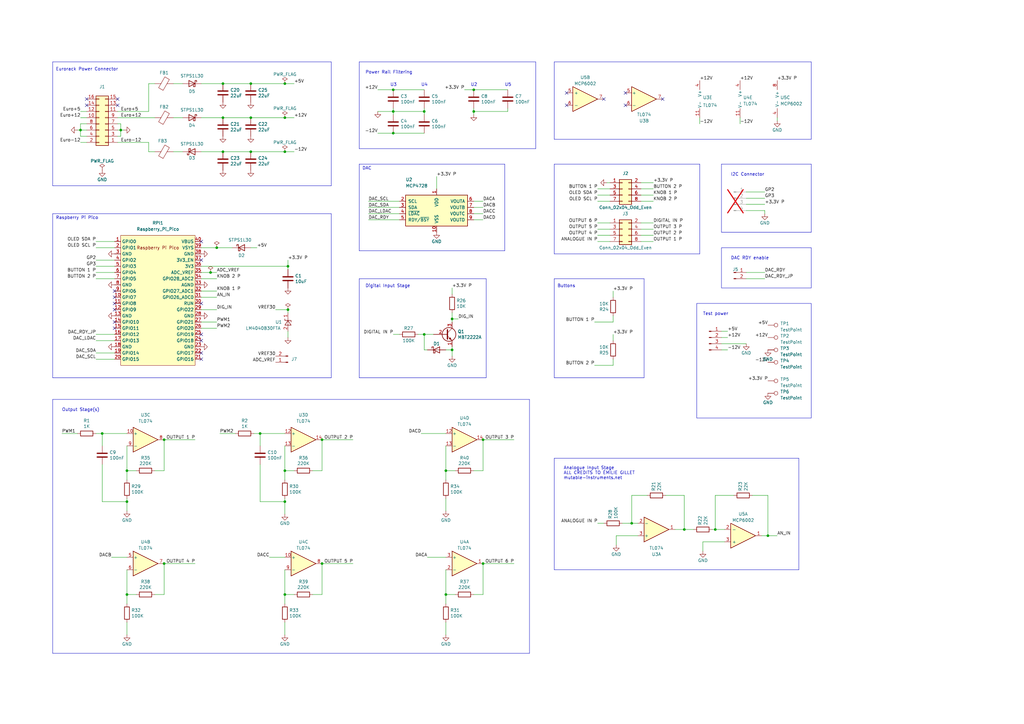
<source format=kicad_sch>
(kicad_sch (version 20230121) (generator eeschema)
  (paper "A3")
  (title_block (title "DAC board for EuroPi") (date "2023-05-28") (rev "1") (company "François Georgy") (comment 1 "CC BY-SA 3.0"))
  (junction (at 52.07 243.84))
  (junction (at 182.88 193.04))
  (junction (at 173.99 45.72))
  (junction (at 88.9 101.6))
  (junction (at 161.29 36.83))
  (junction (at 91.44 48.26))
  (junction (at 49.53 53.34))
  (junction (at 161.29 45.72))
  (junction (at 198.12 180.34))
  (junction (at 67.31 231.14))
  (junction (at 161.29 54.61))
  (junction (at 194.31 36.83))
  (junction (at 52.07 193.04))
  (junction (at 116.84 34.29))
  (junction (at 86.36 111.76))
  (junction (at 132.08 180.34))
  (junction (at 116.84 205.74))
  (junction (at 185.42 130.81))
  (junction (at 33.02 53.34))
  (junction (at 102.87 48.26))
  (junction (at 52.07 205.74))
  (junction (at 280.67 217.17))
  (junction (at 41.91 177.8))
  (junction (at 132.08 231.14))
  (junction (at 173.99 137.16))
  (junction (at 118.11 127))
  (junction (at 293.37 217.17))
  (junction (at 67.31 180.34))
  (junction (at 102.87 62.23))
  (junction (at 91.44 62.23))
  (junction (at 91.44 34.29))
  (junction (at 194.31 45.72))
  (junction (at 314.96 219.71))
  (junction (at 198.12 231.14))
  (junction (at 185.42 143.51))
  (junction (at 102.87 34.29))
  (junction (at 116.84 48.26))
  (junction (at 182.88 243.84))
  (junction (at 106.68 177.8))
  (junction (at 116.84 243.84))
  (junction (at 116.84 62.23))
  (junction (at 118.11 109.22))
  (junction (at 259.08 214.63))
  (junction (at 116.84 193.04))
  (no_connect (at 82.55 137.16))
  (no_connect (at 46.99 134.62))
  (no_connect (at 46.99 119.38))
  (no_connect (at 48.26 43.18))
  (no_connect (at 35.56 40.64))
  (no_connect (at 46.99 121.92))
  (no_connect (at 46.99 132.08))
  (no_connect (at 46.99 127))
  (no_connect (at 82.55 139.7))
  (no_connect (at 82.55 147.32))
  (no_connect (at 256.54 43.18))
  (no_connect (at 271.78 40.64))
  (no_connect (at 256.54 38.1))
  (no_connect (at 48.26 40.64))
  (no_connect (at 82.55 99.06))
  (no_connect (at 82.55 106.68))
  (no_connect (at 82.55 124.46))
  (no_connect (at 82.55 144.78))
  (no_connect (at 35.56 43.18))
  (no_connect (at 46.99 124.46))
  (no_connect (at 232.41 43.18))
  (no_connect (at 232.41 38.1))
  (no_connect (at 247.65 40.64))
  (wire (pts (xy 52.07 205.74) (xy 41.91 205.74)))
  (polyline (pts (xy 332.74 95.25) (xy 295.91 95.25)))
  (wire (pts (xy 280.67 217.17) (xy 276.86 217.17)))
  (wire (pts (xy 262.89 74.93) (xy 267.97 74.93)))
  (wire (pts (xy 49.53 53.34) (xy 50.8 53.34)))
  (polyline (pts (xy 227.33 187.96) (xy 227.33 233.68)))
  (wire (pts (xy 39.37 99.06) (xy 46.99 99.06)))
  (wire (pts (xy 82.55 127) (xy 88.9 127)))
  (wire (pts (xy 71.12 34.29) (xy 74.93 34.29)))
  (wire (pts (xy 35.56 50.8) (xy 33.02 50.8)))
  (wire (pts (xy 82.55 119.38) (xy 88.9 119.38)))
  (wire (pts (xy 106.68 177.8) (xy 116.84 177.8)))
  (wire (pts (xy 306.07 111.76) (xy 313.69 111.76)))
  (wire (pts (xy 151.13 85.09) (xy 163.83 85.09)))
  (polyline (pts (xy 147.32 102.87) (xy 147.32 67.31)))
  (wire (pts (xy 118.11 109.22) (xy 118.11 110.49)))
  (wire (pts (xy 116.84 182.88) (xy 116.84 193.04)))
  (wire (pts (xy 106.68 177.8) (xy 104.14 177.8)))
  (wire (pts (xy 287.02 50.8) (xy 287.02 48.26)))
  (wire (pts (xy 33.02 53.34) (xy 31.75 53.34)))
  (wire (pts (xy 52.07 243.84) (xy 52.07 247.65)))
  (wire (pts (xy 185.42 128.27) (xy 185.42 130.81)))
  (wire (pts (xy 314.96 203.2) (xy 308.61 203.2)))
  (polyline (pts (xy 227.33 67.31) (xy 227.33 104.14)))
  (wire (pts (xy 67.31 231.14) (xy 80.01 231.14)))
  (wire (pts (xy 82.55 109.22) (xy 118.11 109.22)))
  (wire (pts (xy 314.96 219.71) (xy 314.96 203.2)))
  (wire (pts (xy 82.55 132.08) (xy 88.9 132.08)))
  (wire (pts (xy 245.11 82.55) (xy 250.19 82.55)))
  (wire (pts (xy 161.29 54.61) (xy 173.99 54.61)))
  (wire (pts (xy 144.78 180.34) (xy 132.08 180.34)))
  (polyline (pts (xy 199.39 114.3) (xy 199.39 154.94)))
  (wire (pts (xy 297.18 217.17) (xy 293.37 217.17)))
  (wire (pts (xy 173.99 137.16) (xy 173.99 143.51)))
  (wire (pts (xy 82.55 34.29) (xy 91.44 34.29)))
  (wire (pts (xy 33.02 45.72) (xy 35.56 45.72)))
  (wire (pts (xy 182.88 243.84) (xy 182.88 247.65)))
  (wire (pts (xy 60.96 62.23) (xy 60.96 58.42)))
  (wire (pts (xy 259.08 214.63) (xy 261.62 214.63)))
  (wire (pts (xy 48.26 53.34) (xy 49.53 53.34)))
  (wire (pts (xy 318.77 219.71) (xy 314.96 219.71)))
  (wire (pts (xy 251.46 132.08) (xy 251.46 129.54)))
  (polyline (pts (xy 135.89 154.94) (xy 21.59 154.94)))
  (wire (pts (xy 48.26 45.72) (xy 60.96 45.72)))
  (wire (pts (xy 102.87 101.6) (xy 105.41 101.6)))
  (wire (pts (xy 293.37 217.17) (xy 292.1 217.17)))
  (wire (pts (xy 245.11 91.44) (xy 250.19 91.44)))
  (polyline (pts (xy 287.02 67.31) (xy 287.02 104.14)))
  (wire (pts (xy 82.55 111.76) (xy 86.36 111.76)))
  (wire (pts (xy 198.12 180.34) (xy 198.12 193.04)))
  (wire (pts (xy 52.07 205.74) (xy 52.07 209.55)))
  (wire (pts (xy 52.07 204.47) (xy 52.07 205.74)))
  (wire (pts (xy 182.88 204.47) (xy 182.88 209.55)))
  (wire (pts (xy 48.26 48.26) (xy 63.5 48.26)))
  (wire (pts (xy 39.37 114.3) (xy 46.99 114.3)))
  (wire (pts (xy 245.11 80.01) (xy 250.19 80.01)))
  (polyline (pts (xy 295.91 95.25) (xy 295.91 67.31)))
  (wire (pts (xy 60.96 34.29) (xy 63.5 34.29)))
  (polyline (pts (xy 147.32 114.3) (xy 199.39 114.3)))
  (wire (pts (xy 295.91 135.89) (xy 298.45 135.89)))
  (wire (pts (xy 248.92 74.93) (xy 250.19 74.93)))
  (wire (pts (xy 41.91 177.8) (xy 52.07 177.8)))
  (wire (pts (xy 245.11 214.63) (xy 247.65 214.63)))
  (wire (pts (xy 306.07 86.36) (xy 313.69 86.36)))
  (wire (pts (xy 35.56 55.88) (xy 33.02 55.88)))
  (wire (pts (xy 67.31 243.84) (xy 63.5 243.84)))
  (wire (pts (xy 198.12 193.04) (xy 194.31 193.04)))
  (wire (pts (xy 116.84 62.23) (xy 120.65 62.23)))
  (wire (pts (xy 106.68 182.88) (xy 106.68 177.8)))
  (polyline (pts (xy 264.16 114.3) (xy 227.33 114.3)))
  (wire (pts (xy 39.37 101.6) (xy 46.99 101.6)))
  (wire (pts (xy 48.26 58.42) (xy 60.96 58.42)))
  (wire (pts (xy 52.07 255.27) (xy 52.07 260.35)))
  (polyline (pts (xy 207.01 102.87) (xy 147.32 102.87)))
  (wire (pts (xy 194.31 45.72) (xy 194.31 46.99)))
  (wire (pts (xy 280.67 203.2) (xy 280.67 217.17)))
  (wire (pts (xy 179.07 72.39) (xy 179.07 77.47)))
  (wire (pts (xy 116.84 193.04) (xy 116.84 196.85)))
  (wire (pts (xy 132.08 193.04) (xy 128.27 193.04)))
  (wire (pts (xy 52.07 193.04) (xy 52.07 196.85)))
  (polyline (pts (xy 135.89 76.2) (xy 135.89 25.4)))
  (polyline (pts (xy 135.89 87.63) (xy 135.89 154.94)))
  (wire (pts (xy 303.53 50.8) (xy 303.53 48.26)))
  (wire (pts (xy 185.42 143.51) (xy 185.42 146.05)))
  (wire (pts (xy 90.17 177.8) (xy 96.52 177.8)))
  (polyline (pts (xy 227.33 57.15) (xy 227.33 25.4)))
  (wire (pts (xy 182.88 255.27) (xy 182.88 260.35)))
  (wire (pts (xy 49.53 55.88) (xy 49.53 53.34)))
  (polyline (pts (xy 295.91 67.31) (xy 332.74 67.31)))
  (wire (pts (xy 175.26 228.6) (xy 182.88 228.6)))
  (wire (pts (xy 33.02 50.8) (xy 33.02 53.34)))
  (wire (pts (xy 198.12 180.34) (xy 210.82 180.34)))
  (wire (pts (xy 194.31 90.17) (xy 198.12 90.17)))
  (wire (pts (xy 252.73 219.71) (xy 261.62 219.71)))
  (wire (pts (xy 295.91 138.43) (xy 298.45 138.43)))
  (wire (pts (xy 116.84 48.26) (xy 120.65 48.26)))
  (wire (pts (xy 306.07 81.28) (xy 313.69 81.28)))
  (wire (pts (xy 245.11 77.47) (xy 250.19 77.47)))
  (polyline (pts (xy 227.33 67.31) (xy 287.02 67.31)))
  (wire (pts (xy 82.55 121.92) (xy 88.9 121.92)))
  (wire (pts (xy 313.69 87.63) (xy 313.69 86.36)))
  (wire (pts (xy 67.31 180.34) (xy 67.31 193.04)))
  (wire (pts (xy 251.46 137.16) (xy 251.46 139.7)))
  (wire (pts (xy 198.12 231.14) (xy 198.12 243.84)))
  (wire (pts (xy 182.88 233.68) (xy 182.88 243.84)))
  (wire (pts (xy 262.89 77.47) (xy 267.97 77.47)))
  (wire (pts (xy 39.37 144.78) (xy 46.99 144.78)))
  (wire (pts (xy 182.88 143.51) (xy 185.42 143.51)))
  (polyline (pts (xy 147.32 154.94) (xy 147.32 114.3)))
  (wire (pts (xy 262.89 93.98) (xy 267.97 93.98)))
  (wire (pts (xy 39.37 139.7) (xy 46.99 139.7)))
  (wire (pts (xy 35.56 53.34) (xy 33.02 53.34)))
  (wire (pts (xy 161.29 44.45) (xy 161.29 45.72)))
  (wire (pts (xy 48.26 50.8) (xy 49.53 50.8)))
  (wire (pts (xy 173.99 44.45) (xy 173.99 45.72)))
  (wire (pts (xy 154.94 45.72) (xy 161.29 45.72)))
  (wire (pts (xy 306.07 83.82) (xy 313.69 83.82)))
  (wire (pts (xy 116.84 205.74) (xy 106.68 205.74)))
  (wire (pts (xy 91.44 34.29) (xy 102.87 34.29)))
  (wire (pts (xy 161.29 36.83) (xy 173.99 36.83)))
  (wire (pts (xy 91.44 62.23) (xy 102.87 62.23)))
  (polyline (pts (xy 332.74 57.15) (xy 227.33 57.15)))
  (wire (pts (xy 151.13 87.63) (xy 163.83 87.63)))
  (polyline (pts (xy 327.66 187.96) (xy 227.33 187.96)))
  (wire (pts (xy 41.91 177.8) (xy 39.37 177.8)))
  (polyline (pts (xy 21.59 76.2) (xy 135.89 76.2)))
  (wire (pts (xy 293.37 217.17) (xy 293.37 203.2)))
  (wire (pts (xy 262.89 80.01) (xy 267.97 80.01)))
  (wire (pts (xy 251.46 149.86) (xy 243.84 149.86)))
  (polyline (pts (xy 227.33 233.68) (xy 327.66 233.68)))
  (wire (pts (xy 182.88 182.88) (xy 182.88 193.04)))
  (wire (pts (xy 120.65 243.84) (xy 116.84 243.84)))
  (wire (pts (xy 262.89 96.52) (xy 267.97 96.52)))
  (wire (pts (xy 318.77 49.53) (xy 318.77 48.26)))
  (wire (pts (xy 154.94 54.61) (xy 161.29 54.61)))
  (wire (pts (xy 67.31 180.34) (xy 80.01 180.34)))
  (wire (pts (xy 67.31 231.14) (xy 67.31 243.84)))
  (wire (pts (xy 186.69 193.04) (xy 182.88 193.04)))
  (wire (pts (xy 52.07 182.88) (xy 52.07 193.04)))
  (polyline (pts (xy 264.16 154.94) (xy 264.16 114.3)))
  (wire (pts (xy 102.87 62.23) (xy 116.84 62.23)))
  (wire (pts (xy 48.26 55.88) (xy 49.53 55.88)))
  (wire (pts (xy 273.05 203.2) (xy 280.67 203.2)))
  (polyline (pts (xy 147.32 25.4) (xy 219.71 25.4)))
  (polyline (pts (xy 21.59 25.4) (xy 21.59 76.2)))
  (wire (pts (xy 177.8 137.16) (xy 173.99 137.16)))
  (wire (pts (xy 52.07 233.68) (xy 52.07 243.84)))
  (wire (pts (xy 262.89 99.06) (xy 267.97 99.06)))
  (wire (pts (xy 284.48 217.17) (xy 280.67 217.17)))
  (polyline (pts (xy 287.02 104.14) (xy 227.33 104.14)))
  (wire (pts (xy 154.94 36.83) (xy 161.29 36.83)))
  (wire (pts (xy 194.31 82.55) (xy 198.12 82.55)))
  (polyline (pts (xy 199.39 154.94) (xy 147.32 154.94)))
  (wire (pts (xy 295.91 143.51) (xy 298.45 143.51)))
  (wire (pts (xy 245.11 99.06) (xy 250.19 99.06)))
  (wire (pts (xy 194.31 44.45) (xy 194.31 45.72)))
  (wire (pts (xy 110.49 228.6) (xy 116.84 228.6)))
  (wire (pts (xy 102.87 34.29) (xy 116.84 34.29)))
  (wire (pts (xy 82.55 114.3) (xy 88.9 114.3)))
  (wire (pts (xy 118.11 106.68) (xy 118.11 109.22)))
  (wire (pts (xy 25.4 177.8) (xy 31.75 177.8)))
  (wire (pts (xy 132.08 231.14) (xy 144.78 231.14)))
  (wire (pts (xy 262.89 91.44) (xy 267.97 91.44)))
  (polyline (pts (xy 147.32 67.31) (xy 207.01 67.31)))
  (polyline (pts (xy 217.17 163.83) (xy 21.59 163.83)))
  (wire (pts (xy 306.07 78.74) (xy 313.69 78.74)))
  (polyline (pts (xy 21.59 267.97) (xy 217.17 267.97)))
  (wire (pts (xy 113.03 127) (xy 118.11 127)))
  (polyline (pts (xy 21.59 25.4) (xy 135.89 25.4)))
  (wire (pts (xy 33.02 48.26) (xy 35.56 48.26)))
  (wire (pts (xy 71.12 48.26) (xy 74.93 48.26)))
  (wire (pts (xy 39.37 137.16) (xy 46.99 137.16)))
  (polyline (pts (xy 327.66 233.68) (xy 327.66 187.96)))
  (wire (pts (xy 55.88 243.84) (xy 52.07 243.84)))
  (wire (pts (xy 251.46 119.38) (xy 251.46 121.92)))
  (wire (pts (xy 82.55 62.23) (xy 91.44 62.23)))
  (wire (pts (xy 132.08 243.84) (xy 128.27 243.84)))
  (wire (pts (xy 185.42 118.11) (xy 185.42 120.65)))
  (wire (pts (xy 198.12 231.14) (xy 210.82 231.14)))
  (polyline (pts (xy 21.59 163.83) (xy 21.59 267.97)))
  (wire (pts (xy 116.84 205.74) (xy 116.84 210.82)))
  (wire (pts (xy 173.99 45.72) (xy 173.99 46.99)))
  (wire (pts (xy 185.42 142.24) (xy 185.42 143.51)))
  (wire (pts (xy 116.84 255.27) (xy 116.84 260.35)))
  (wire (pts (xy 39.37 109.22) (xy 46.99 109.22)))
  (wire (pts (xy 172.72 177.8) (xy 182.88 177.8)))
  (wire (pts (xy 252.73 223.52) (xy 252.73 219.71)))
  (wire (pts (xy 41.91 182.88) (xy 41.91 177.8)))
  (wire (pts (xy 161.29 45.72) (xy 173.99 45.72)))
  (wire (pts (xy 39.37 111.76) (xy 46.99 111.76)))
  (wire (pts (xy 82.55 134.62) (xy 88.9 134.62)))
  (wire (pts (xy 82.55 101.6) (xy 88.9 101.6)))
  (wire (pts (xy 288.29 226.06) (xy 288.29 222.25)))
  (wire (pts (xy 86.36 111.76) (xy 88.9 111.76)))
  (wire (pts (xy 262.89 82.55) (xy 267.97 82.55)))
  (wire (pts (xy 194.31 87.63) (xy 198.12 87.63)))
  (wire (pts (xy 132.08 231.14) (xy 132.08 243.84)))
  (wire (pts (xy 39.37 106.68) (xy 46.99 106.68)))
  (wire (pts (xy 171.45 137.16) (xy 173.99 137.16)))
  (wire (pts (xy 60.96 34.29) (xy 60.96 45.72)))
  (wire (pts (xy 41.91 205.74) (xy 41.91 190.5)))
  (polyline (pts (xy 21.59 154.94) (xy 21.59 87.63)))
  (wire (pts (xy 116.84 204.47) (xy 116.84 205.74)))
  (wire (pts (xy 67.31 193.04) (xy 63.5 193.04)))
  (wire (pts (xy 49.53 50.8) (xy 49.53 53.34)))
  (wire (pts (xy 102.87 48.26) (xy 116.84 48.26)))
  (wire (pts (xy 185.42 130.81) (xy 187.96 130.81)))
  (polyline (pts (xy 147.32 25.4) (xy 147.32 60.96)))
  (wire (pts (xy 194.31 45.72) (xy 208.28 45.72)))
  (wire (pts (xy 255.27 214.63) (xy 259.08 214.63)))
  (wire (pts (xy 306.07 114.3) (xy 313.69 114.3)))
  (wire (pts (xy 60.96 62.23) (xy 63.5 62.23)))
  (wire (pts (xy 251.46 132.08) (xy 243.84 132.08)))
  (wire (pts (xy 185.42 130.81) (xy 185.42 132.08)))
  (wire (pts (xy 116.84 233.68) (xy 116.84 243.84)))
  (wire (pts (xy 161.29 137.16) (xy 163.83 137.16)))
  (wire (pts (xy 88.9 101.6) (xy 95.25 101.6)))
  (wire (pts (xy 33.02 58.42) (xy 35.56 58.42)))
  (polyline (pts (xy 219.71 60.96) (xy 219.71 25.4)))
  (wire (pts (xy 245.11 93.98) (xy 250.19 93.98)))
  (wire (pts (xy 55.88 193.04) (xy 52.07 193.04)))
  (wire (pts (xy 71.12 62.23) (xy 74.93 62.23)))
  (polyline (pts (xy 227.33 154.94) (xy 264.16 154.94)))
  (wire (pts (xy 82.55 48.26) (xy 91.44 48.26)))
  (polyline (pts (xy 227.33 114.3) (xy 227.33 154.94)))
  (polyline (pts (xy 227.33 25.4) (xy 332.74 25.4)))
  (wire (pts (xy 132.08 180.34) (xy 132.08 193.04)))
  (wire (pts (xy 91.44 48.26) (xy 102.87 48.26)))
  (polyline (pts (xy 217.17 267.97) (xy 217.17 163.83)))
  (wire (pts (xy 106.68 205.74) (xy 106.68 190.5)))
  (wire (pts (xy 198.12 243.84) (xy 194.31 243.84)))
  (wire (pts (xy 265.43 203.2) (xy 259.08 203.2)))
  (wire (pts (xy 33.02 53.34) (xy 33.02 55.88)))
  (wire (pts (xy 151.13 82.55) (xy 163.83 82.55)))
  (wire (pts (xy 293.37 203.2) (xy 300.99 203.2)))
  (wire (pts (xy 208.28 44.45) (xy 208.28 45.72)))
  (wire (pts (xy 151.13 90.17) (xy 163.83 90.17)))
  (polyline (pts (xy 207.01 67.31) (xy 207.01 102.87)))
  (wire (pts (xy 120.65 193.04) (xy 116.84 193.04)))
  (wire (pts (xy 245.11 96.52) (xy 250.19 96.52)))
  (wire (pts (xy 288.29 222.25) (xy 297.18 222.25)))
  (polyline (pts (xy 21.59 87.63) (xy 135.89 87.63)))
  (wire (pts (xy 118.11 127) (xy 118.11 128.27)))
  (wire (pts (xy 118.11 135.89) (xy 118.11 138.43)))
  (wire (pts (xy 173.99 143.51) (xy 175.26 143.51)))
  (wire (pts (xy 116.84 243.84) (xy 116.84 247.65)))
  (wire (pts (xy 186.69 243.84) (xy 182.88 243.84)))
  (wire (pts (xy 182.88 193.04) (xy 182.88 196.85)))
  (wire (pts (xy 194.31 85.09) (xy 198.12 85.09)))
  (wire (pts (xy 190.5 36.83) (xy 194.31 36.83)))
  (wire (pts (xy 45.72 228.6) (xy 52.07 228.6)))
  (wire (pts (xy 259.08 203.2) (xy 259.08 214.63)))
  (wire (pts (xy 116.84 34.29) (xy 120.65 34.29)))
  (polyline (pts (xy 332.74 67.31) (xy 332.74 95.25)))
  (wire (pts (xy 161.29 45.72) (xy 161.29 46.99)))
  (polyline (pts (xy 332.74 25.4) (xy 332.74 57.15)))
  (wire (pts (xy 295.91 140.97) (xy 306.07 140.97)))
  (wire (pts (xy 312.42 219.71) (xy 314.96 219.71)))
  (wire (pts (xy 39.37 147.32) (xy 46.99 147.32)))
  (wire (pts (xy 251.46 149.86) (xy 251.46 147.32)))
  (wire (pts (xy 194.31 36.83) (xy 208.28 36.83)))
  (polyline (pts (xy 147.32 60.96) (xy 219.71 60.96)))
  (rectangle (start 285.75 124.46) (end 332.74 171.45))
  (rectangle (start 295.91 101.6) (end 332.74 118.11))
  (text "U2" (at 193.04 35.56 0) (effects (font (size 1.27 1.27)) (justify left bottom)))
  (text "Buttons" (at 228.6 118.11 0) (effects (font (size 1.27 1.27)) (justify left bottom)))
  (text "Analogue Input Stage\nALL CREDITS TO ÉMILIE GILLET\nmutable-instruments.net" (at 231.14 196.85 0) (effects (font (size 1.27 1.27)) (justify left bottom)))
  (text "Power Rail Filtering" (at 149.86 30.48 0) (effects (font (size 1.27 1.27)) (justify left bottom)))
  (text "Eurorack Power Connector" (at 22.86 29.21 0) (effects (font (size 1.27 1.27)) (justify left bottom)))
  (text "I2C Connector" (at 299.72 72.39 0) (effects (font (size 1.27 1.27)) (justify left bottom)))
  (text "U3" (at 160.02 35.56 0) (effects (font (size 1.27 1.27)) (justify left bottom)))
  (text "Digital Input Stage\n" (at 149.86 118.11 0) (effects (font (size 1.27 1.27)) (justify left bottom)))
  (text "DAC" (at 148.59 69.85 0) (effects (font (size 1.27 1.27)) (justify left bottom)))
  (text "Raspberry Pi Pico" (at 22.86 90.17 0) (effects (font (size 1.27 1.27)) (justify left bottom)))
  (text "U4" (at 172.72 35.56 0) (effects (font (size 1.27 1.27)) (justify left bottom)))
  (text "Output Stage(s)" (at 25.4 168.91 0) (effects (font (size 1.27 1.27)) (justify left bottom)))
  (text "U5" (at 207.01 35.56 0) (effects (font (size 1.27 1.27)) (justify left bottom)))
  (text "Test power" (at 288.29 129.54 0) (effects (font (size 1.27 1.27)) (justify left bottom)))
  (text "DAC RDY enable" (at 299.72 106.68 0) (effects (font (size 1.27 1.27)) (justify left bottom)))
  (label "-12V" (at 287.02 50.8 0))
  (label "+12V" (at 120.65 48.26 0))
  (label "OLED SCL P" (at 245.11 82.55 180))
  (label "+5V" (at 120.65 34.29 0))
  (label "OUTPUT 6 P" (at 245.11 91.44 180))
  (label "+12V" (at 314.96 138.43 180))
  (label "-12V" (at 314.96 148.59 180))
  (label "DAC_LDAC" (at 151.13 87.63 0))
  (label "VREF30" (at 113.03 146.05 180))
  (label "DACC" (at 198.12 87.63 0))
  (label "GP2" (at 39.37 106.68 180))
  (label "DACA" (at 175.26 228.6 180))
  (label "KNOB 2 P" (at 88.9 114.3 0))
  (label "DACC" (at 110.49 228.6 180))
  (label "GP3" (at 39.37 109.22 180))
  (label "BUTTON 2 P" (at 243.84 149.86 180))
  (label "VREF30" (at 113.03 127 180))
  (label "-12V" (at 154.94 54.61 180))
  (label "DACA" (at 198.12 82.55 0))
  (label "BUTTON 2 P" (at 267.97 77.47 0))
  (label "GP2" (at 313.69 78.74 0))
  (label "OUTPUT 2 P" (at 267.97 96.52 0))
  (label "DIG_IN" (at 187.96 130.81 0))
  (label "Euro+12" (at 49.53 48.26 0))
  (label "-12V" (at 303.53 50.8 0))
  (label "+3.3V P" (at 267.97 74.93 0))
  (label "+12V" (at 154.94 36.83 180))
  (label "PWM1" (at 25.4 177.8 0))
  (label "DACB" (at 45.72 228.6 180))
  (label "ADC_VREF" (at 113.03 148.59 180))
  (label "OUTPUT 3 P" (at 267.97 93.98 0))
  (label "+3.3V P" (at 179.07 72.39 0))
  (label "DACD" (at 198.12 90.17 0))
  (label "+3.3V P" (at 251.46 137.16 0))
  (label "DAC_SCL" (at 39.37 147.32 180))
  (label "OUTPUT 5 P" (at 144.78 231.14 180))
  (label "+3.3V P" (at 318.77 33.02 0))
  (label "DAC_SCL" (at 151.13 82.55 0))
  (label "+5V" (at 105.41 101.6 0))
  (label "OUTPUT 3 P" (at 210.82 180.34 180))
  (label "PWM1" (at 88.9 132.08 0))
  (label "OLED SDA P" (at 245.11 80.01 180))
  (label "ANALOGUE IN P" (at 245.11 214.63 180))
  (label "+12V" (at 298.45 138.43 0))
  (label "PWM2" (at 88.9 134.62 0))
  (label "+3.3V P" (at 314.96 156.21 180))
  (label "Euro+5" (at 49.53 45.72 0))
  (label "Euro+12" (at 33.02 48.26 180))
  (label "ANALOGUE IN P" (at 245.11 99.06 180))
  (label "+3.3V P" (at 185.42 118.11 0))
  (label "OUTPUT 1 P" (at 80.01 180.34 180))
  (label "OLED SDA P" (at 39.37 99.06 180))
  (label "DIG_IN" (at 88.9 127 0))
  (label "DACB" (at 198.12 85.09 0))
  (label "Euro-12" (at 33.02 58.42 180))
  (label "BUTTON 1 P" (at 243.84 132.08 180))
  (label "DACD" (at 172.72 177.8 180))
  (label "+12V" (at 303.53 33.02 0))
  (label "PWM2" (at 90.17 177.8 0))
  (label "BUTTON 2 P" (at 39.37 114.3 180))
  (label "DAC_SDA" (at 39.37 144.78 180))
  (label "Euro-12" (at 49.53 58.42 0))
  (label "+5V" (at 298.45 135.89 0))
  (label "-12V" (at 120.65 62.23 0))
  (label "OUTPUT 4 P" (at 245.11 96.52 180))
  (label "DIGITAL IN P" (at 267.97 91.44 0))
  (label "+12V" (at 287.02 33.02 0))
  (label "AN_IN" (at 88.9 121.92 0))
  (label "DAC_SDA" (at 151.13 85.09 0))
  (label "+3.3V P" (at 313.69 83.82 0))
  (label "BUTTON 1 P" (at 245.11 77.47 180))
  (label "DAC_RDY" (at 313.69 111.76 0))
  (label "+3.3V P" (at 118.11 106.68 0))
  (label "GP3" (at 313.69 81.28 0))
  (label "OUTPUT 4 P" (at 80.01 231.14 180))
  (label "KNOB 2 P" (at 267.97 82.55 0))
  (label "+3.3V P" (at 251.46 119.38 0))
  (label "OUTPUT 5 P" (at 245.11 93.98 180))
  (label "Euro+5" (at 33.02 45.72 180))
  (label "KNOB 1 P" (at 88.9 119.38 0))
  (label "BUTTON 1 P" (at 39.37 111.76 180))
  (label "+5V" (at 314.96 133.35 180))
  (label "DAC_RDY_JP" (at 39.37 137.16 180))
  (label "OLED SCL P" (at 39.37 101.6 180))
  (label "-12V" (at 298.45 143.51 0))
  (label "OUTPUT 1 P" (at 267.97 99.06 0))
  (label "DIGITAL IN P" (at 161.29 137.16 180))
  (label "KNOB 1 P" (at 267.97 80.01 0))
  (label "OUTPUT 6 P" (at 210.82 231.14 180))
  (label "DAC_RDY" (at 151.13 90.17 0))
  (label "DAC_RDY_JP" (at 313.69 114.3 0))
  (label "AN_IN" (at 318.77 219.71 0))
  (label "+3.3V P" (at 190.5 36.83 180))
  (label "ADC_VREF" (at 88.9 111.76 0))
  (label "OUTPUT 2 P" (at 144.78 180.34 180))
  (label "DAC_LDAC" (at 39.37 139.7 180))
  (symbol (lib_id "Device:R") (at 190.5 243.84 270) (unit 1)
    (property "Reference" "R37" (at 190.5 238.5822 90))
    (property "Value" "220K" (at 190.5 240.8936 90))
    (property "Footprint" "Resistor_SMD:R_0402_1005Metric" (effects hide))
  )
  (symbol (lib_id "Device:R") (at 182.88 251.46 0) (unit 1)
    (property "Reference" "R31" (at 184.658 250.2916 0) (effects (justify left)))
    (property "Value" "100K" (at 184.658 252.603 0) (effects (justify left)))
    (property "Footprint" "Resistor_SMD:R_0402_1005Metric" (effects hide))
  )
  (symbol (lib_id "power:GND") (at 182.88 209.55 0) (unit 1)
    (property "Reference" "#PWR0117" (effects hide))
    (property "Value" "GND" (at 182.88 213.36 0))
  )
  (symbol (lib_id "Device:R") (at 59.69 193.04 270) (unit 1)
    (property "Reference" "R35" (at 59.69 187.7822 90))
    (property "Value" "220K" (at 59.69 190.0936 90))
    (property "Footprint" "Resistor_SMD:R_0402_1005Metric" (effects hide))
  )
  (symbol (lib_id "Device:R") (at 52.07 200.66 0) (unit 1)
    (property "Reference" "R29" (at 53.848 199.4916 0) (effects (justify left)))
    (property "Value" "100K" (at 53.848 201.803 0) (effects (justify left)))
    (property "Footprint" "Resistor_SMD:R_0402_1005Metric" (effects hide))
  )
  (symbol (lib_id "Device:R") (at 35.56 177.8 270) (unit 1)
    (property "Reference" "R1" (at 35.56 172.5422 90))
    (property "Value" "1K" (at 35.56 174.8536 90))
    (property "Footprint" "Resistor_SMD:R_0402_1005Metric" (effects hide))
  )
  (symbol (lib_id "Device:C") (at 41.91 186.69 0) (unit 1)
    (property "Reference" "C9" (at 44.9072 185.5216 0) (effects (justify left)))
    (property "Value" "100nF" (at 44.9072 187.833 0) (effects (justify left)))
    (property "Footprint" "Capacitor_SMD:C_0402_1005Metric" (effects hide))
  )
  (symbol (lib_id "power:GND") (at 52.07 209.55 0) (unit 1)
    (property "Reference" "#PWR0122" (effects hide))
    (property "Value" "GND" (at 52.07 213.36 0))
  )
  (symbol (lib_id "power:GND") (at 154.94 45.72 0) (unit 1)
    (property "Reference" "#PWR0108" (effects hide))
    (property "Value" "GND" (effects hide))
  )
  (symbol (lib_id "Device:R") (at 124.46 193.04 270) (unit 1)
    (property "Reference" "R36" (at 124.46 187.7822 90))
    (property "Value" "220K" (at 124.46 190.0936 90))
    (property "Footprint" "Resistor_SMD:R_0402_1005Metric" (effects hide))
  )
  (symbol (lib_id "Device:R") (at 116.84 200.66 0) (unit 1)
    (property "Reference" "R30" (at 118.618 199.4916 0) (effects (justify left)))
    (property "Value" "100K" (at 118.618 201.803 0) (effects (justify left)))
    (property "Footprint" "Resistor_SMD:R_0402_1005Metric" (effects hide))
  )
  (symbol (lib_id "Device:R") (at 100.33 177.8 270) (unit 1)
    (property "Reference" "R2" (at 100.33 172.5422 90))
    (property "Value" "1K" (at 100.33 174.8536 90))
    (property "Footprint" "Resistor_SMD:R_0402_1005Metric" (effects hide))
  )
  (symbol (lib_id "Device:C") (at 106.68 186.69 0) (unit 1)
    (property "Reference" "C10" (at 109.6772 185.5216 0) (effects (justify left)))
    (property "Value" "100nF" (at 109.6772 187.833 0) (effects (justify left)))
    (property "Footprint" "Capacitor_SMD:C_0402_1005Metric" (effects hide))
  )
  (symbol (lib_id "power:GND") (at 116.84 210.82 0) (unit 1)
    (property "Reference" "#PWR0123" (effects hide))
    (property "Value" "GND" (at 116.84 214.63 0))
  )
  (symbol (lib_id "Device:C") (at 161.29 40.64 0) (unit 1)
    (property "Reference" "C3" (at 164.2872 39.4716 0) (effects (justify left)))
    (property "Value" "100nF" (at 164.2872 41.783 0) (effects (justify left)))
    (property "Footprint" "Capacitor_SMD:C_0402_1005Metric" (effects hide))
  )
  (symbol (lib_id "Device:C") (at 161.29 50.8 0) (unit 1)
    (property "Reference" "C4" (at 164.2872 49.6316 0) (effects (justify left)))
    (property "Value" "100nF" (at 164.2872 51.943 0) (effects (justify left)))
    (property "Footprint" "Capacitor_SMD:C_0402_1005Metric" (effects hide))
  )
  (symbol (lib_id "Device:C") (at 173.99 40.64 0) (unit 1)
    (property "Reference" "C5" (at 176.9872 39.4716 0) (effects (justify left)))
    (property "Value" "100nF" (at 176.9872 41.783 0) (effects (justify left)))
    (property "Footprint" "Capacitor_SMD:C_0402_1005Metric" (effects hide))
  )
  (symbol (lib_id "Device:C") (at 173.99 50.8 0) (unit 1)
    (property "Reference" "C6" (at 176.9872 49.6316 0) (effects (justify left)))
    (property "Value" "100nF" (at 176.9872 51.943 0) (effects (justify left)))
    (property "Footprint" "Capacitor_SMD:C_0402_1005Metric" (effects hide))
  )
  (symbol (lib_id "Device:R") (at 190.5 193.04 270) (unit 1)
    (property "Reference" "R40" (at 190.5 187.7822 90))
    (property "Value" "220K" (at 190.5 190.0936 90))
    (property "Footprint" "Resistor_SMD:R_0402_1005Metric" (effects hide))
  )
  (symbol (lib_id "Device:R") (at 182.88 200.66 0) (unit 1)
    (property "Reference" "R34" (at 184.658 199.4916 0) (effects (justify left)))
    (property "Value" "100K" (at 184.658 201.803 0) (effects (justify left)))
    (property "Footprint" "Resistor_SMD:R_0402_1005Metric" (effects hide))
  )
  (symbol (lib_id "power:GND") (at 182.88 260.35 0) (unit 1)
    (property "Reference" "#PWR0119" (effects hide))
    (property "Value" "GND" (at 182.88 264.16 0))
  )
  (symbol (lib_id "Device:R") (at 59.69 243.84 270) (unit 1)
    (property "Reference" "R38" (at 59.69 238.5822 90))
    (property "Value" "220K" (at 59.69 240.8936 90))
    (property "Footprint" "Resistor_SMD:R_0402_1005Metric" (effects hide))
  )
  (symbol (lib_id "Device:R") (at 52.07 251.46 0) (unit 1)
    (property "Reference" "R32" (at 53.848 250.2916 0) (effects (justify left)))
    (property "Value" "100K" (at 53.848 252.603 0) (effects (justify left)))
    (property "Footprint" "Resistor_SMD:R_0402_1005Metric" (effects hide))
  )
  (symbol (lib_id "power:GND") (at 52.07 260.35 0) (unit 1)
    (property "Reference" "#PWR0102" (effects hide))
    (property "Value" "GND" (at 52.07 264.16 0))
  )
  (symbol (lib_id "Device:R") (at 124.46 243.84 270) (unit 1)
    (property "Reference" "R39" (at 124.46 238.5822 90))
    (property "Value" "220K" (at 124.46 240.8936 90))
    (property "Footprint" "Resistor_SMD:R_0402_1005Metric" (effects hide))
  )
  (symbol (lib_id "Device:R") (at 116.84 251.46 0) (unit 1)
    (property "Reference" "R33" (at 118.618 250.2916 0) (effects (justify left)))
    (property "Value" "100K" (at 118.618 252.603 0) (effects (justify left)))
    (property "Footprint" "Resistor_SMD:R_0402_1005Metric" (effects hide))
  )
  (symbol (lib_id "power:GND") (at 116.84 260.35 0) (unit 1)
    (property "Reference" "#PWR0120" (effects hide))
    (property "Value" "GND" (at 116.84 264.16 0))
  )
  (symbol (lib_id "Device:D_Schottky") (at 99.06 101.6 0) (unit 1)
    (property "Reference" "D2" (at 99.06 104.775 0))
    (property "Value" "STPS1L30" (at 98.425 98.425 0))
    (property "Footprint" "Diode_SMD:D_SMA" (effects hide))
    (property "JLCPCB Part #" "C157388" (effects hide))
  )
  (symbol (lib_id "Device:R") (at 167.64 137.16 90) (unit 1)
    (property "Reference" "R27" (at 169.545 134.62 90) (effects (justify left)))
    (property "Value" "100K" (at 170.18 139.7 90) (effects (justify left)))
    (property "Footprint" "Resistor_SMD:R_0402_1005Metric" (effects hide))
  )
  (symbol (lib_id "Device:D_Schottky") (at 179.07 143.51 0) (unit 1)
    (property "Reference" "D1" (at 179.07 140.97 0))
    (property "Value" "1N5817WS" (effects hide))
    (property "Footprint" "Diode_SMD:D_SOD-323" (effects hide))
    (property "Sim.Device" "SPICE" (effects hide))
    (property "Sim.Params" "type=\"D\" model=\"DIODE\" lib=\"\"" (effects hide))
    (property "Sim.Pins" "1=1 2=2" (effects hide))
    (property "JLCPCB Part #" "C727114" (effects hide))
    (property "JLCPCB Rotation Offset" "180" (effects hide))
  )
  (symbol (lib_id "Transistor_BJT:2N2219") (at 182.88 137.16 0) (unit 1)
    (property "Reference" "Q1" (at 187.706 135.9916 0) (effects (justify left)))
    (property "Value" "MBT2222A" (at 187.706 138.303 0) (effects (justify left)))
    (property "Footprint" "Package_TO_SOT_SMD:SOT-23" (effects hide))
    (property "Datasheet" "http://www.onsemi.com/pub_link/Collateral/2N2219-D.PDF" (effects hide))
    (property "JLCPCB Part #" "C8512" (effects hide))
    (property "JLCPCB Rotation Offset" "180" (effects hide))
  )
  (symbol (lib_id "Device:R") (at 185.42 124.46 0) (unit 1)
    (property "Reference" "R26" (at 187.198 123.2916 0) (effects (justify left)))
    (property "Value" "10K" (at 187.198 125.603 0) (effects (justify left)))
    (property "Footprint" "Resistor_SMD:R_0402_1005Metric" (effects hide))
  )
  (symbol (lib_id "power:GND") (at 185.42 146.05 0) (unit 1)
    (property "Reference" "#PWR0118" (effects hide))
    (property "Value" "GND" (at 185.42 149.86 0))
  )
  (symbol (lib_id "Device:R") (at 251.46 214.63 90) (unit 1)
    (property "Reference" "R28" (at 250.2916 212.852 0) (effects (justify left)))
    (property "Value" "100K" (at 252.603 212.852 0) (effects (justify left)))
    (property "Footprint" "Resistor_SMD:R_0402_1005Metric" (effects hide))
  )
  (symbol (lib_id "Device:R") (at 269.24 203.2 90) (unit 1)
    (property "Reference" "R21" (at 268.0716 201.422 0) (effects (justify left)))
    (property "Value" "22K" (at 270.383 201.422 0) (effects (justify left)))
    (property "Footprint" "Resistor_SMD:R_0402_1005Metric" (effects hide))
  )
  (symbol (lib_id "power:GND") (at 252.73 223.52 0) (unit 1)
    (property "Reference" "#PWR0124" (effects hide))
    (property "Value" "GND" (at 252.73 227.33 0))
  )
  (symbol (lib_id "Device:R") (at 288.29 217.17 90) (unit 1)
    (property "Reference" "R22" (at 287.1216 215.392 0) (effects (justify left)))
    (property "Value" "22K" (at 289.433 215.392 0) (effects (justify left)))
    (property "Footprint" "Resistor_SMD:R_0402_1005Metric" (effects hide))
  )
  (symbol (lib_id "power:GND") (at 288.29 226.06 0) (unit 1)
    (property "Reference" "#PWR0121" (effects hide))
    (property "Value" "GND" (at 288.29 229.87 0))
  )
  (symbol (lib_id "Device:R") (at 304.8 203.2 90) (unit 1)
    (property "Reference" "R23" (at 303.6316 201.422 0) (effects (justify left)))
    (property "Value" "22K" (at 305.943 201.422 0) (effects (justify left)))
    (property "Footprint" "Resistor_SMD:R_0402_1005Metric" (effects hide))
  )
  (symbol (lib_id "Device:R") (at 251.46 143.51 180) (unit 1)
    (property "Reference" "R25" (at 249.682 144.6784 0) (effects (justify left)))
    (property "Value" "10K" (at 249.682 142.367 0) (effects (justify left)))
    (property "Footprint" "Resistor_SMD:R_0402_1005Metric" (effects hide))
  )
  (symbol (lib_id "Device:R") (at 251.46 125.73 180) (unit 1)
    (property "Reference" "R24" (at 249.682 126.8984 0) (effects (justify left)))
    (property "Value" "10K" (at 249.682 124.587 0) (effects (justify left)))
    (property "Footprint" "Resistor_SMD:R_0402_1005Metric" (effects hide))
  )
  (symbol (lib_id "power:GND") (at 313.69 87.63 0) (unit 1)
    (property "Reference" "#PWR0101" (effects hide))
    (property "Value" "GND" (at 313.69 91.44 0))
  )
  (symbol (lib_id "Connector:Conn_01x04_Pin") (at 290.83 138.43 0) (unit 1) (in_bom no)
    (property "Reference" "J6" (effects hide))
    (property "Value" "Conn_01x04_Male" (effects hide))
    (property "Footprint" "Connector_PinHeader_2.54mm:PinHeader_1x04_P2.54mm_Vertical" (effects hide))
  )
  (symbol (lib_id "power:GND") (at 31.75 53.34 270) (unit 1)
    (property "Reference" "#PWR0109" (effects hide))
    (property "Value" "GND" (effects hide))
  )
  (symbol (lib_id "power:GND") (at 46.99 142.24 270) (unit 1)
    (property "Reference" "#PWR07" (effects hide))
    (property "Value" "GND" (effects hide))
  )
  (symbol (lib_id "Connector:TestPoint") (at 314.96 133.35 270) (unit 1)
    (property "Reference" "TP1" (at 320.04 132.715 90) (effects (justify left)))
    (property "Value" "TestPoint" (at 320.04 135.255 90) (effects (justify left)))
    (property "Footprint" "TestPoint:TestPoint_Pad_D2.0mm" (effects hide))
  )
  (symbol (lib_id "Eurorack:Raspberry_Pi_Pico") (at 64.77 121.92 0) (unit 1) (in_bom no)
    (property "Reference" "RPI1" (at 64.77 91.44 0))
    (property "Value" "Raspberry_Pi_Pico" (at 64.77 93.98 0))
    (property "Footprint" "Eurorack:Raspberry Pi Pico" (effects hide))
  )
  (symbol (lib_id "power:GND") (at 314.96 161.29 0) (unit 1)
    (property "Reference" "#PWR013" (effects hide))
    (property "Value" "GND" (at 314.96 165.1 0))
  )
  (symbol (lib_id "power:PWR_FLAG") (at 41.91 69.85 0) (unit 1)
    (property "Reference" "#FLG01" (effects hide))
    (property "Value" "PWR_FLAG" (at 41.91 66.04 0))
  )
  (symbol (lib_id "Device:C") (at 208.28 40.64 0) (unit 1)
    (property "Reference" "C7" (at 211.2772 39.4716 0) (effects (justify left)))
    (property "Value" "100nF" (at 211.2772 41.783 0) (effects (justify left)))
    (property "Footprint" "Capacitor_SMD:C_0402_1005Metric" (effects hide))
  )
  (symbol (lib_id "power:GND") (at 102.87 69.85 0) (unit 1)
    (property "Reference" "#PWR0112" (effects hide))
    (property "Value" "GND" (effects hide))
  )
  (symbol (lib_id "Connector:Conn_01x04_Pin") (at 300.99 81.28 0) (unit 1) (in_bom no) (on_board no) (dnp yes)
    (property "Reference" "J4" (effects hide))
    (property "Value" "Conn_01x04_Male" (effects hide))
    (property "Footprint" "Connector_PinHeader_2.54mm:PinHeader_1x04_P2.54mm_Vertical" (effects hide))
  )
  (symbol (lib_id "power:PWR_FLAG") (at 116.84 34.29 0) (unit 1)
    (property "Reference" "#FLG04" (effects hide))
    (property "Value" "PWR_FLAG" (at 116.84 30.48 0))
  )
  (symbol (lib_id "Device:C") (at 194.31 40.64 0) (unit 1)
    (property "Reference" "C8" (at 197.3072 39.4716 0) (effects (justify left)))
    (property "Value" "100nF" (at 197.3072 41.783 0) (effects (justify left)))
    (property "Footprint" "Capacitor_SMD:C_0402_1005Metric" (effects hide))
  )
  (symbol (lib_id "power:GND") (at 118.11 138.43 0) (unit 1)
    (property "Reference" "#PWR09" (effects hide))
    (property "Value" "GND" (effects hide))
  )
  (symbol (lib_id "Device:D_Schottky") (at 78.74 34.29 0) (mirror y) (unit 1)
    (property "Reference" "D5" (at 78.74 37.465 0))
    (property "Value" "STPS1L30" (at 78.74 31.115 0))
    (property "Footprint" "Diode_SMD:D_SMA" (effects hide))
    (property "Sim.Device" "SPICE" (effects hide))
    (property "Sim.Params" "type=\"D\" model=\"DIODE\" lib=\"\"" (effects hide))
    (property "Sim.Pins" "1=1 2=2" (effects hide))
    (property "JLCPCB Part #" "C157388" (effects hide))
  )
  (symbol (lib_id "power:PWR_FLAG") (at 116.84 62.23 0) (unit 1)
    (property "Reference" "#FLG06" (effects hide))
    (property "Value" "PWR_FLAG" (at 116.84 58.42 0))
  )
  (symbol (lib_id "Amplifier_Operational:TL074") (at 124.46 231.14 0) (unit 3)
    (property "Reference" "U4" (at 124.46 222.25 0))
    (property "Value" "TL074" (at 124.46 224.79 0))
    (property "Footprint" "Package_SO:SOIC-14_3.9x8.7mm_P1.27mm" (effects hide))
    (property "Datasheet" "http://www.ti.com/lit/ds/symlink/tl071.pdf" (effects hide))
    (property "JLCPCB Part #" "C107644" (effects hide))
    (property "JLCPCB Rotation Offset" "-90" (effects hide))
  )
  (symbol (lib_id "Connector:TestPoint") (at 314.96 138.43 270) (unit 1)
    (property "Reference" "TP2" (at 320.04 137.795 90) (effects (justify left)))
    (property "Value" "TestPoint" (at 320.04 140.335 90) (effects (justify left)))
    (property "Footprint" "TestPoint:TestPoint_Pad_D2.0mm" (effects hide))
  )
  (symbol (lib_id "power:GND") (at 91.44 69.85 0) (unit 1)
    (property "Reference" "#PWR0113" (effects hide))
    (property "Value" "GND" (effects hide))
  )
  (symbol (lib_id "Amplifier_Operational:TL074") (at 124.46 180.34 0) (unit 4)
    (property "Reference" "U3" (at 124.46 170.18 0))
    (property "Value" "TL074" (at 124.46 172.72 0))
    (property "Footprint" "Package_SO:SOIC-14_3.9x8.7mm_P1.27mm" (effects hide))
    (property "Datasheet" "http://www.ti.com/lit/ds/symlink/tl071.pdf" (effects hide))
    (property "JLCPCB Part #" "C107644" (effects hide))
    (property "JLCPCB Rotation Offset" "-90" (effects hide))
  )
  (symbol (lib_id "power:GND") (at 82.55 104.14 90) (unit 1)
    (property "Reference" "#PWR03" (effects hide))
    (property "Value" "GND" (effects hide))
  )
  (symbol (lib_id "power:GND") (at 82.55 129.54 90) (unit 1)
    (property "Reference" "#PWR0103" (effects hide))
    (property "Value" "GND" (effects hide))
  )
  (symbol (lib_id "power:GND") (at 46.99 104.14 270) (unit 1)
    (property "Reference" "#PWR04" (effects hide))
    (property "Value" "GND" (effects hide))
  )
  (symbol (lib_id "Device:C") (at 91.44 38.1 0) (unit 1)
    (property "Reference" "C20" (at 94.4372 36.9316 0) (effects (justify left)))
    (property "Value" "22uF" (at 94.4372 39.243 0) (effects (justify left)))
    (property "Footprint" "Capacitor_SMD:C_1206_3216Metric" (effects hide))
    (property "JLCPCB Part #" "C12891" (effects hide))
  )
  (symbol (lib_id "Connector_Generic:Conn_02x04_Odd_Even") (at 255.27 93.98 0) (unit 1)
    (property "Reference" "J3" (at 255.27 87.63 0) (effects (justify left)))
    (property "Value" "Conn_02x04_Odd_Even" (at 256.54 101.6 0))
    (property "Footprint" "Connector_PinSocket_2.54mm:PinSocket_2x04_P2.54mm_Vertical" (effects hide))
  )
  (symbol (lib_id "Amplifier_Operational:TL074") (at 59.69 180.34 0) (unit 3)
    (property "Reference" "U3" (at 59.69 170.18 0))
    (property "Value" "TL074" (at 59.69 172.72 0))
    (property "Footprint" "Package_SO:SOIC-14_3.9x8.7mm_P1.27mm" (effects hide))
    (property "Datasheet" "http://www.ti.com/lit/ds/symlink/tl071.pdf" (effects hide))
    (property "JLCPCB Part #" "C107644" (effects hide))
    (property "JLCPCB Rotation Offset" "-90" (effects hide))
  )
  (symbol (lib_id "Device:C") (at 102.87 52.07 0) (unit 1)
    (property "Reference" "C22" (at 105.8672 50.9016 0) (effects (justify left)))
    (property "Value" "22uF" (at 105.8672 53.213 0) (effects (justify left)))
    (property "Footprint" "Capacitor_SMD:C_1206_3216Metric" (effects hide))
    (property "JLCPCB Part #" "C12891" (effects hide))
  )
  (symbol (lib_id "Connector:Conn_01x02_Pin") (at 118.11 148.59 180) (unit 1) (in_bom no)
    (property "Reference" "J7" (at 120.65 147.32 0))
    (property "Value" "Conn_01x02_Pin" (effects hide))
    (property "Footprint" "Connector_PinHeader_2.54mm:PinHeader_1x02_P2.54mm_Vertical" (effects hide))
  )
  (symbol (lib_id "power:GND") (at 179.07 95.25 0) (unit 1)
    (property "Reference" "#PWR0105" (effects hide))
    (property "Value" "GND" (at 179.07 99.06 0))
  )
  (symbol (lib_id "Reference_Voltage:LM4040DBZ-3") (at 118.11 132.08 90) (unit 1)
    (property "Reference" "U1" (at 114.3 132.08 90))
    (property "Value" "LM4040B30FTA" (at 107.95 134.62 90))
    (property "Footprint" "Package_TO_SOT_SMD:SOT-23" (effects hide))
    (property "Datasheet" "https://datasheet.lcsc.com/lcsc/1912111437_Diodes-Incorporated-LM4040B30FTA_C460604.pdf" (effects hide))
    (property "JLCPCB Part #" "C460604" (effects hide))
    (property "JLCPCB Rotation Offset" "180" (effects hide))
  )
  (symbol (lib_id "power:GND") (at 91.44 41.91 0) (unit 1)
    (property "Reference" "#PWR0107" (effects hide))
    (property "Value" "GND" (effects hide))
  )
  (symbol (lib_id "Connector:TestPoint") (at 314.96 156.21 270) (unit 1)
    (property "Reference" "TP5" (at 320.04 155.575 90) (effects (justify left)))
    (property "Value" "TestPoint" (at 320.04 158.115 90) (effects (justify left)))
    (property "Footprint" "TestPoint:TestPoint_Pad_D2.0mm" (effects hide))
  )
  (symbol (lib_id "Amplifier_Operational:TL074") (at 306.07 40.64 0) (unit 5)
    (property "Reference" "U4" (at 304.8 40.005 0) (effects (justify left)))
    (property "Value" "TL074" (at 304.8 42.545 0) (effects (justify left)))
    (property "Footprint" "Package_SO:SOIC-14_3.9x8.7mm_P1.27mm" (effects hide))
    (property "Datasheet" "http://www.ti.com/lit/ds/symlink/tl071.pdf" (effects hide))
    (property "JLCPCB Part #" "C107644" (effects hide))
    (property "JLCPCB Rotation Offset" "-90" (effects hide))
  )
  (symbol (lib_id "Device:FerriteBead") (at 67.31 62.23 90) (unit 1)
    (property "Reference" "FB3" (at 66.675 57.785 90))
    (property "Value" "FerriteBead" (effects hide))
    (property "Footprint" "Inductor_SMD:L_0805_2012Metric" (effects hide))
    (property "JLCPCB Part #" "C216152" (effects hide))
  )
  (symbol (lib_id "Device:FerriteBead") (at 67.31 34.29 90) (unit 1)
    (property "Reference" "FB1" (at 67.31 29.845 90))
    (property "Value" "FerriteBead" (effects hide))
    (property "Footprint" "Inductor_SMD:L_0805_2012Metric" (effects hide))
    (property "JLCPCB Part #" "C216152" (effects hide))
  )
  (symbol (lib_id "Connector:TestPoint") (at 314.96 143.51 270) (unit 1)
    (property "Reference" "TP3" (at 320.04 142.875 90) (effects (justify left)))
    (property "Value" "TestPoint" (at 320.04 145.415 90) (effects (justify left)))
    (property "Footprint" "TestPoint:TestPoint_Pad_D2.0mm" (effects hide))
  )
  (symbol (lib_id "Device:D_Schottky") (at 78.74 62.23 0) (mirror x) (unit 1)
    (property "Reference" "D3" (at 78.74 64.77 0))
    (property "Value" "STPS1L30" (at 78.74 59.0296 0))
    (property "Footprint" "Diode_SMD:D_SMA" (effects hide))
    (property "JLCPCB Part #" "C157388" (effects hide))
  )
  (symbol (lib_id "power:GND") (at 46.99 116.84 270) (unit 1)
    (property "Reference" "#PWR05" (effects hide))
    (property "Value" "GND" (effects hide))
  )
  (symbol (lib_id "Device:FerriteBead") (at 67.31 48.26 90) (unit 1)
    (property "Reference" "FB2" (at 67.31 43.815 90))
    (property "Value" "FerriteBead" (effects hide))
    (property "Footprint" "Inductor_SMD:L_0805_2012Metric" (effects hide))
    (property "JLCPCB Part #" "C216152" (effects hide))
  )
  (symbol (lib_id "power:GND") (at 306.07 140.97 0) (unit 1)
    (property "Reference" "#PWR010" (effects hide))
    (property "Value" "GND" (at 306.07 144.78 0))
  )
  (symbol (lib_id "Amplifier_Operational:TL074") (at 264.16 40.64 0) (unit 2)
    (property "Reference" "U3" (at 264.16 49.53 0))
    (property "Value" "TL074" (at 264.16 46.99 0))
    (property "Footprint" "Package_SO:SOIC-14_3.9x8.7mm_P1.27mm" (effects hide))
    (property "Datasheet" "http://www.ti.com/lit/ds/symlink/tl071.pdf" (effects hide))
    (property "JLCPCB Part #" "C107644" (effects hide))
    (property "JLCPCB Rotation Offset" "-90" (effects hide))
  )
  (symbol (lib_id "power:GND") (at 314.96 143.51 0) (unit 1)
    (property "Reference" "#PWR012" (effects hide))
    (property "Value" "GND" (at 314.96 147.32 0))
  )
  (symbol (lib_id "power:GND") (at 194.31 46.99 0) (unit 1)
    (property "Reference" "#PWR011" (effects hide))
    (property "Value" "GND" (effects hide))
  )
  (symbol (lib_id "power:PWR_FLAG") (at 88.9 101.6 0) (unit 1)
    (property "Reference" "#FLG07" (effects hide))
    (property "Value" "PWR_FLAG" (effects hide))
  )
  (symbol (lib_id "Amplifier_Operational:TL074") (at 190.5 180.34 0) (unit 4)
    (property "Reference" "U4" (at 190.5 171.45 0))
    (property "Value" "TL074" (at 190.5 173.99 0))
    (property "Footprint" "Package_SO:SOIC-14_3.9x8.7mm_P1.27mm" (effects hide))
    (property "Datasheet" "http://www.ti.com/lit/ds/symlink/tl071.pdf" (effects hide))
    (property "JLCPCB Part #" "C107644" (effects hide))
    (property "JLCPCB Rotation Offset" "-90" (effects hide))
  )
  (symbol (lib_id "Connector:TestPoint") (at 314.96 161.29 270) (unit 1)
    (property "Reference" "TP6" (at 320.04 160.655 90) (effects (justify left)))
    (property "Value" "TestPoint" (at 320.04 163.195 90) (effects (justify left)))
    (property "Footprint" "TestPoint:TestPoint_Pad_D2.0mm" (effects hide))
  )
  (symbol (lib_id "power:GND") (at 102.87 55.88 0) (unit 1)
    (property "Reference" "#PWR0114" (effects hide))
    (property "Value" "GND" (effects hide))
  )
  (symbol (lib_id "Analog_DAC:MCP4728") (at 179.07 85.09 0) (unit 1)
    (property "Reference" "U2" (at 166.37 73.66 0) (effects (justify left)))
    (property "Value" "MCP4728" (at 166.37 76.2 0) (effects (justify left)))
    (property "Footprint" "Package_SO:MSOP-10_3x3mm_P0.5mm" (effects hide))
    (property "Datasheet" "http://ww1.microchip.com/downloads/en/DeviceDoc/22187E.pdf" (effects hide))
    (property "JLCPCB Part #" "C108207" (effects hide))
  )
  (symbol (lib_id "Device:D_Schottky") (at 78.74 48.26 0) (mirror y) (unit 1)
    (property "Reference" "D4" (at 78.74 51.435 0))
    (property "Value" "STPS1L30" (at 78.74 45.085 0))
    (property "Footprint" "Diode_SMD:D_SMA" (effects hide))
    (property "JLCPCB Part #" "C157388" (effects hide))
  )
  (symbol (lib_id "power:GND") (at 118.11 118.11 0) (unit 1)
    (property "Reference" "#PWR0104" (effects hide))
    (property "Value" "GND" (effects hide))
  )
  (symbol (lib_id "Device:C") (at 118.11 114.3 0) (unit 1)
    (property "Reference" "C1" (at 121.031 113.1316 0) (effects (justify left)))
    (property "Value" "10uF" (at 121.031 115.443 0) (effects (justify left)))
    (property "Footprint" "Capacitor_SMD:C_0805_2012Metric" (effects hide))
    (property "JLCPCB Part #" "C15850" (effects hide))
  )
  (symbol (lib_id "Connector_Generic:Conn_02x04_Odd_Even") (at 255.27 77.47 0) (unit 1)
    (property "Reference" "J2" (at 256.54 71.12 0))
    (property "Value" "Conn_02x04_Odd_Even" (at 256.54 85.09 0))
    (property "Footprint" "Connector_PinSocket_2.54mm:PinSocket_2x04_P2.54mm_Vertical" (effects hide))
  )
  (symbol (lib_id "Connector:TestPoint") (at 314.96 148.59 270) (unit 1)
    (property "Reference" "TP4" (at 320.04 147.955 90) (effects (justify left)))
    (property "Value" "TestPoint" (at 320.04 150.495 90) (effects (justify left)))
    (property "Footprint" "TestPoint:TestPoint_Pad_D2.0mm" (effects hide))
  )
  (symbol (lib_id "power:GND") (at 82.55 116.84 90) (unit 1)
    (property "Reference" "#PWR01" (effects hide))
    (property "Value" "GND" (effects hide))
  )
  (symbol (lib_id "Device:Opamp_Dual") (at 240.03 40.64 0) (unit 2)
    (property "Reference" "U5" (at 240.03 31.75 0))
    (property "Value" "MCP6002" (at 240.03 34.29 0))
    (property "Footprint" "Package_SO:SOIC-8_3.9x4.9mm_P1.27mm" (effects hide))
    (property "Datasheet" "http://ww1.microchip.com/downloads/en/DeviceDoc/21733j.pdf" (effects hide))
    (property "JLCPCB Part #" "C7377" (effects hide))
    (property "JLCPCB Rotation Offset" "-90" (effects hide))
  )
  (symbol (lib_id "power:GND") (at 91.44 55.88 0) (unit 1)
    (property "Reference" "#PWR0106" (effects hide))
    (property "Value" "GND" (effects hide))
  )
  (symbol (lib_id "power:PWR_FLAG") (at 118.11 127 0) (unit 1)
    (property "Reference" "#FLG03" (effects hide))
    (property "Value" "PWR_FLAG" (effects hide))
  )
  (symbol (lib_id "Amplifier_Operational:TL074") (at 59.69 231.14 0) (unit 2)
    (property "Reference" "U4" (at 59.69 222.25 0))
    (property "Value" "TL074" (at 59.69 224.79 0))
    (property "Footprint" "Package_SO:SOIC-14_3.9x8.7mm_P1.27mm" (effects hide))
    (property "Datasheet" "http://www.ti.com/lit/ds/symlink/tl071.pdf" (effects hide))
    (property "JLCPCB Part #" "C107644" (effects hide))
    (property "JLCPCB Rotation Offset" "-90" (effects hide))
  )
  (symbol (lib_id "power:GND") (at 82.55 142.24 90) (unit 1)
    (property "Reference" "#PWR02" (effects hide))
    (property "Value" "GND" (effects hide))
  )
  (symbol (lib_id "power:GND") (at 41.91 69.85 0) (unit 1)
    (property "Reference" "#PWR08" (effects hide))
    (property "Value" "GND" (at 41.91 73.66 0))
  )
  (symbol (lib_id "Connector_Generic:Conn_02x08_Odd_Even") (at 43.18 50.8 180) (unit 1) (in_bom no)
    (property "Reference" "J1" (at 41.91 35.56 0))
    (property "Value" "Conn_02x08_Odd_Even" (effects hide))
    (property "Footprint" "Connector_IDC:IDC-Header_2x08_P2.54mm_Vertical" (effects hide))
  )
  (symbol (lib_id "Device:C") (at 91.44 52.07 0) (unit 1)
    (property "Reference" "C21" (at 94.4372 50.9016 0) (effects (justify left)))
    (property "Value" "22uF" (at 94.4372 53.213 0) (effects (justify left)))
    (property "Footprint" "Capacitor_SMD:C_1206_3216Metric" (effects hide))
    (property "JLCPCB Part #" "C12891" (effects hide))
  )
  (symbol (lib_id "Connector:Conn_01x02_Pin") (at 300.99 111.76 0) (unit 1) (in_bom no)
    (property "Reference" "J5" (at 301.625 110.49 0))
    (property "Value" "Conn_01x02_Pin" (effects hide))
    (property "Footprint" "Connector_PinHeader_2.54mm:PinHeader_1x02_P2.54mm_Horizontal" (effects hide))
  )
  (symbol (lib_id "Device:C") (at 102.87 38.1 0) (unit 1)
    (property "Reference" "C25" (at 105.8672 36.9316 0) (effects (justify left)))
    (property "Value" "22uF" (at 105.8672 39.243 0) (effects (justify left)))
    (property "Footprint" "Capacitor_SMD:C_1206_3216Metric" (effects hide))
    (property "JLCPCB Part #" "C12891" (effects hide))
  )
  (symbol (lib_id "power:GND") (at 46.99 129.54 270) (unit 1)
    (property "Reference" "#PWR06" (effects hide))
    (property "Value" "GND" (effects hide))
  )
  (symbol (lib_id "Device:Opamp_Dual") (at 304.8 219.71 0) (mirror x) (unit 1)
    (property "Reference" "U5" (at 304.8 210.82 0))
    (property "Value" "MCP6002" (at 304.8 213.36 0))
    (property "Footprint" "Package_SO:SOIC-8_3.9x4.9mm_P1.27mm" (effects hide))
    (property "Datasheet" "http://ww1.microchip.com/downloads/en/DeviceDoc/21733j.pdf" (effects hide))
    (property "JLCPCB Part #" "C7377" (effects hide))
    (property "JLCPCB Rotation Offset" "-90" (effects hide))
  )
  (symbol (lib_id "Device:C") (at 102.87 66.04 0) (unit 1)
    (property "Reference" "C24" (at 105.8672 64.8716 0) (effects (justify left)))
    (property "Value" "22uF" (at 105.8672 67.183 0) (effects (justify left)))
    (property "Footprint" "Capacitor_SMD:C_1206_3216Metric" (effects hide))
    (property "JLCPCB Part #" "C12891" (effects hide))
  )
  (symbol (lib_id "Device:C") (at 91.44 66.04 0) (unit 1)
    (property "Reference" "C23" (at 94.4372 64.8716 0) (effects (justify left)))
    (property "Value" "22uF" (at 94.4372 67.183 0) (effects (justify left)))
    (property "Footprint" "Capacitor_SMD:C_1206_3216Metric" (effects hide))
    (property "JLCPCB Part #" "C12891" (effects hide))
  )
  (symbol (lib_id "power:PWR_FLAG") (at 86.36 111.76 0) (unit 1)
    (property "Reference" "#FLG08" (effects hide))
    (property "Value" "PWR_FLAG" (effects hide))
  )
  (symbol (lib_id "Amplifier_Operational:TL074") (at 289.56 40.64 0) (unit 5)
    (property "Reference" "U3" (at 288.29 40.005 0) (effects (justify left)))
    (property "Value" "TL074" (at 288.29 43.18 0) (effects (justify left)))
    (property "Footprint" "Package_SO:SOIC-14_3.9x8.7mm_P1.27mm" (effects hide))
    (property "Datasheet" "http://www.ti.com/lit/ds/symlink/tl071.pdf" (effects hide))
    (property "JLCPCB Part #" "C107644" (effects hide))
    (property "JLCPCB Rotation Offset" "-90" (effects hide))
  )
  (symbol (lib_id "Amplifier_Operational:TL074") (at 190.5 231.14 0) (unit 1)
    (property "Reference" "U4" (at 190.5 222.25 0))
    (property "Value" "TL074" (at 190.5 224.79 0))
    (property "Footprint" "Package_SO:SOIC-14_3.9x8.7mm_P1.27mm" (effects hide))
    (property "Datasheet" "http://www.ti.com/lit/ds/symlink/tl071.pdf" (effects hide))
    (property "JLCPCB Part #" "C107644" (effects hide))
    (property "JLCPCB Rotation Offset" "-90" (effects hide))
  )
  (symbol (lib_id "power:GND") (at 102.87 41.91 0) (unit 1)
    (property "Reference" "#PWR0111" (effects hide))
    (property "Value" "GND" (effects hide))
  )
  (symbol (lib_id "power:GND") (at 248.92 74.93 270) (unit 1)
    (property "Reference" "#PWR0116" (effects hide))
    (property "Value" "GND" (effects hide))
  )
  (symbol (lib_id "power:PWR_FLAG") (at 116.84 48.26 0) (unit 1)
    (property "Reference" "#FLG05" (effects hide))
    (property "Value" "PWR_FLAG" (at 116.84 44.45 0))
  )
  (symbol (lib_id "power:GND") (at 50.8 53.34 90) (unit 1)
    (property "Reference" "#PWR0110" (effects hide))
    (property "Value" "GND" (effects hide))
  )
  (symbol (lib_id "Amplifier_Operational:TL074") (at 269.24 217.17 0) (mirror x) (unit 1)
    (property "Reference" "U3" (at 269.24 227.33 0))
    (property "Value" "TL074" (at 269.24 224.79 0))
    (property "Footprint" "Package_SO:SOIC-14_3.9x8.7mm_P1.27mm" (effects hide))
    (property "Datasheet" "http://www.ti.com/lit/ds/symlink/tl071.pdf" (effects hide))
    (property "JLCPCB Part #" "C107644" (effects hide))
    (property "JLCPCB Rotation Offset" "-90" (effects hide))
  )
  (symbol (lib_id "Device:Opamp_Dual") (at 321.31 40.64 0) (unit 3)
    (property "Reference" "U5" (at 320.04 40.005 0) (effects (justify left)))
    (property "Value" "MCP6002" (at 320.04 42.545 0) (effects (justify left)))
    (property "Footprint" "Package_SO:SOIC-8_3.9x4.9mm_P1.27mm" (effects hide))
    (property "Datasheet" "http://ww1.microchip.com/downloads/en/DeviceDoc/21733j.pdf" (effects hide))
    (property "JLCPCB Part #" "C7377" (effects hide))
    (property "JLCPCB Rotation Offset" "-90" (effects hide))
  )
  (symbol (lib_id "power:GND") (at 318.77 49.53 0) (unit 1)
    (property "Reference" "#PWR0115" (effects hide))
    (property "Value" "GND" (at 318.77 53.34 0))
  )
)
</source>
